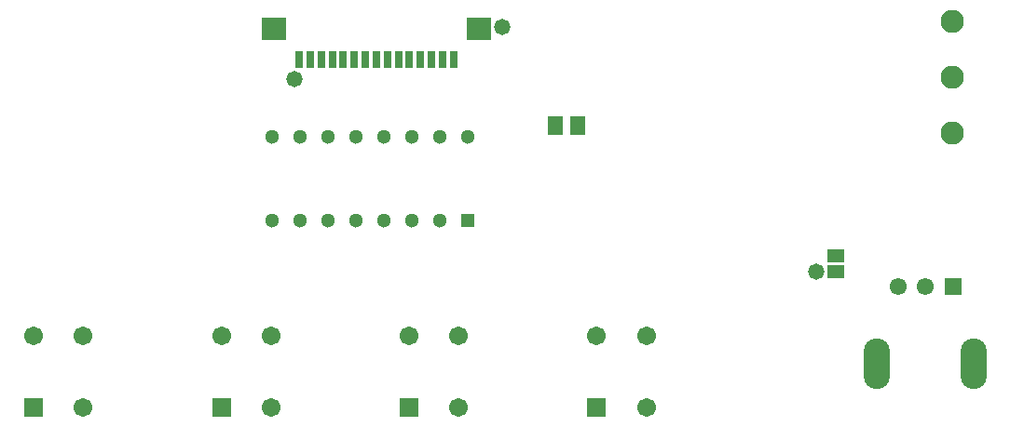
<source format=gts>
G04*
G04 #@! TF.GenerationSoftware,Altium Limited,Altium Designer,20.1.12 (249)*
G04*
G04 Layer_Color=8388736*
%FSLAX25Y25*%
%MOIN*%
G70*
G04*
G04 #@! TF.SameCoordinates,7D01FC5B-E23C-4C92-B969-1582809840FB*
G04*
G04*
G04 #@! TF.FilePolarity,Negative*
G04*
G01*
G75*
%ADD19R,0.05524X0.06509*%
%ADD20R,0.06115X0.05131*%
%ADD21R,0.03162X0.05918*%
%ADD22R,0.08674X0.07887*%
%ADD23C,0.06102*%
%ADD24R,0.06102X0.06102*%
G04:AMPARAMS|DCode=25|XSize=94.49mil|YSize=181.1mil|CornerRadius=47.24mil|HoleSize=0mil|Usage=FLASHONLY|Rotation=180.000|XOffset=0mil|YOffset=0mil|HoleType=Round|Shape=RoundedRectangle|*
%AMROUNDEDRECTD25*
21,1,0.09449,0.08661,0,0,180.0*
21,1,0.00000,0.18110,0,0,180.0*
1,1,0.09449,0.00000,0.04331*
1,1,0.09449,0.00000,0.04331*
1,1,0.09449,0.00000,-0.04331*
1,1,0.09449,0.00000,-0.04331*
%
%ADD25ROUNDEDRECTD25*%
%ADD26C,0.08280*%
%ADD27R,0.06706X0.06706*%
%ADD28C,0.06706*%
%ADD29C,0.05118*%
%ADD30R,0.05118X0.05118*%
%ADD31C,0.05800*%
D19*
X321663Y234000D02*
D03*
X329537D02*
D03*
D20*
X422000Y187356D02*
D03*
Y181844D02*
D03*
D21*
X229941Y257811D02*
D03*
X233878D02*
D03*
X245689D02*
D03*
X249626D02*
D03*
X269311D02*
D03*
X273248D02*
D03*
X277185D02*
D03*
X281122D02*
D03*
X285059D02*
D03*
X265374D02*
D03*
X261437D02*
D03*
X257500D02*
D03*
X253563D02*
D03*
X241752D02*
D03*
X237815D02*
D03*
D22*
X294114Y268638D02*
D03*
X220886D02*
D03*
D23*
X444157Y176459D02*
D03*
X454000D02*
D03*
D24*
X463843D02*
D03*
D25*
X436677Y148900D02*
D03*
X471323D02*
D03*
D26*
X463700Y271500D02*
D03*
Y251500D02*
D03*
Y231500D02*
D03*
D27*
X134942Y133105D02*
D03*
X202075D02*
D03*
X269208D02*
D03*
X336342D02*
D03*
D28*
X152658D02*
D03*
Y158695D02*
D03*
X134942D02*
D03*
X219792Y133105D02*
D03*
Y158695D02*
D03*
X202075D02*
D03*
X286925Y133105D02*
D03*
Y158695D02*
D03*
X269208D02*
D03*
X354058Y133105D02*
D03*
Y158695D02*
D03*
X336342D02*
D03*
D29*
X290200Y230100D02*
D03*
X280200D02*
D03*
X270200D02*
D03*
X260200D02*
D03*
X250200D02*
D03*
X240200D02*
D03*
X230200D02*
D03*
X220200D02*
D03*
Y200100D02*
D03*
X230200D02*
D03*
X240200D02*
D03*
X250200D02*
D03*
X260200D02*
D03*
X270200D02*
D03*
X280200D02*
D03*
D30*
X290200D02*
D03*
D31*
X228300Y250800D02*
D03*
X415000Y181844D02*
D03*
X302400Y269300D02*
D03*
M02*

</source>
